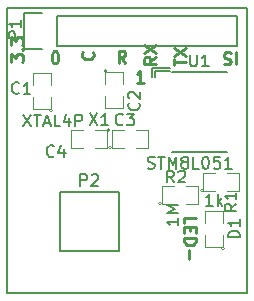
<source format=gto>
G04 #@! TF.FileFunction,Legend,Top*
%FSLAX46Y46*%
G04 Gerber Fmt 4.6, Leading zero omitted, Abs format (unit mm)*
G04 Created by KiCad (PCBNEW 4.0.7-e0-6372~58~ubuntu16.04.1) date Tue Sep 12 01:36:36 2017*
%MOMM*%
%LPD*%
G01*
G04 APERTURE LIST*
%ADD10C,0.100000*%
%ADD11C,0.254000*%
%ADD12C,0.150000*%
%ADD13C,0.099060*%
G04 APERTURE END LIST*
D10*
D11*
X42370286Y-19539619D02*
X41789715Y-19539619D01*
X42080001Y-19539619D02*
X42080001Y-18523619D01*
X41983239Y-18668762D01*
X41886477Y-18765524D01*
X41789715Y-18813905D01*
X49147810Y-17961238D02*
X49292953Y-18009619D01*
X49534857Y-18009619D01*
X49631619Y-17961238D01*
X49680000Y-17912857D01*
X49728381Y-17816095D01*
X49728381Y-17719333D01*
X49680000Y-17622571D01*
X49631619Y-17574190D01*
X49534857Y-17525810D01*
X49341334Y-17477429D01*
X49244572Y-17429048D01*
X49196191Y-17380667D01*
X49147810Y-17283905D01*
X49147810Y-17187143D01*
X49196191Y-17090381D01*
X49244572Y-17042000D01*
X49341334Y-16993619D01*
X49583238Y-16993619D01*
X49728381Y-17042000D01*
X50163810Y-18009619D02*
X50163810Y-16993619D01*
X34821620Y-16903619D02*
X34918381Y-16903619D01*
X35015143Y-16952000D01*
X35063524Y-17000381D01*
X35111905Y-17097143D01*
X35160286Y-17290667D01*
X35160286Y-17532571D01*
X35111905Y-17726095D01*
X35063524Y-17822857D01*
X35015143Y-17871238D01*
X34918381Y-17919619D01*
X34821620Y-17919619D01*
X34724858Y-17871238D01*
X34676477Y-17822857D01*
X34628096Y-17726095D01*
X34579715Y-17532571D01*
X34579715Y-17290667D01*
X34628096Y-17097143D01*
X34676477Y-17000381D01*
X34724858Y-16952000D01*
X34821620Y-16903619D01*
X31153619Y-17774381D02*
X31153619Y-17145429D01*
X31540667Y-17484095D01*
X31540667Y-17338953D01*
X31589048Y-17242191D01*
X31637429Y-17193810D01*
X31734190Y-17145429D01*
X31976095Y-17145429D01*
X32072857Y-17193810D01*
X32121238Y-17242191D01*
X32169619Y-17338953D01*
X32169619Y-17629238D01*
X32121238Y-17726000D01*
X32072857Y-17774381D01*
X32072857Y-16710000D02*
X32121238Y-16661619D01*
X32169619Y-16710000D01*
X32121238Y-16758381D01*
X32072857Y-16710000D01*
X32169619Y-16710000D01*
X31153619Y-16322952D02*
X31153619Y-15694000D01*
X31540667Y-16032666D01*
X31540667Y-15887524D01*
X31589048Y-15790762D01*
X31637429Y-15742381D01*
X31734190Y-15694000D01*
X31976095Y-15694000D01*
X32072857Y-15742381D01*
X32121238Y-15790762D01*
X32169619Y-15887524D01*
X32169619Y-16177809D01*
X32121238Y-16274571D01*
X32072857Y-16322952D01*
D12*
X51120000Y-37355000D02*
X51120000Y-13225000D01*
X30800000Y-37355000D02*
X51120000Y-37355000D01*
X30800000Y-13225000D02*
X30800000Y-37355000D01*
X51120000Y-13225000D02*
X30800000Y-13225000D01*
D11*
X40834476Y-17859619D02*
X40495810Y-17375810D01*
X40253905Y-17859619D02*
X40253905Y-16843619D01*
X40640952Y-16843619D01*
X40737714Y-16892000D01*
X40786095Y-16940381D01*
X40834476Y-17037143D01*
X40834476Y-17182286D01*
X40786095Y-17279048D01*
X40737714Y-17327429D01*
X40640952Y-17375810D01*
X40253905Y-17375810D01*
X44953619Y-18094095D02*
X44953619Y-17513524D01*
X45969619Y-17803809D02*
X44953619Y-17803809D01*
X44953619Y-17271619D02*
X45969619Y-16594286D01*
X44953619Y-16594286D02*
X45969619Y-17271619D01*
X43419619Y-17359333D02*
X42935810Y-17697999D01*
X43419619Y-17939904D02*
X42403619Y-17939904D01*
X42403619Y-17552857D01*
X42452000Y-17456095D01*
X42500381Y-17407714D01*
X42597143Y-17359333D01*
X42742286Y-17359333D01*
X42839048Y-17407714D01*
X42887429Y-17456095D01*
X42935810Y-17552857D01*
X42935810Y-17939904D01*
X42403619Y-17020666D02*
X43419619Y-16343333D01*
X42403619Y-16343333D02*
X43419619Y-17020666D01*
X38062857Y-16955524D02*
X38111238Y-17003905D01*
X38159619Y-17149048D01*
X38159619Y-17245810D01*
X38111238Y-17390952D01*
X38014476Y-17487714D01*
X37917714Y-17536095D01*
X37724190Y-17584476D01*
X37579048Y-17584476D01*
X37385524Y-17536095D01*
X37288762Y-17487714D01*
X37192000Y-17390952D01*
X37143619Y-17245810D01*
X37143619Y-17149048D01*
X37192000Y-17003905D01*
X37240381Y-16955524D01*
X45790381Y-31467905D02*
X45790381Y-30984096D01*
X46806381Y-30984096D01*
X46322571Y-31806572D02*
X46322571Y-32145238D01*
X45790381Y-32290381D02*
X45790381Y-31806572D01*
X46806381Y-31806572D01*
X46806381Y-32290381D01*
X45790381Y-32725810D02*
X46806381Y-32725810D01*
X46806381Y-32967715D01*
X46758000Y-33112857D01*
X46661238Y-33209619D01*
X46564476Y-33258000D01*
X46370952Y-33306381D01*
X46225810Y-33306381D01*
X46032286Y-33258000D01*
X45935524Y-33209619D01*
X45838762Y-33112857D01*
X45790381Y-32967715D01*
X45790381Y-32725810D01*
X46177429Y-33741810D02*
X46177429Y-34515905D01*
D13*
X34659000Y-21871000D02*
G75*
G03X34659000Y-21871000I-127000J0D01*
G01*
X34532000Y-20728000D02*
X34532000Y-21744000D01*
X34532000Y-21744000D02*
X33008000Y-21744000D01*
X33008000Y-21744000D02*
X33008000Y-20728000D01*
X33008000Y-19712000D02*
X33008000Y-18696000D01*
X33008000Y-18696000D02*
X34532000Y-18696000D01*
X34532000Y-18696000D02*
X34532000Y-19712000D01*
X39265000Y-18559000D02*
G75*
G03X39265000Y-18559000I-127000J0D01*
G01*
X39138000Y-19702000D02*
X39138000Y-18686000D01*
X39138000Y-18686000D02*
X40662000Y-18686000D01*
X40662000Y-18686000D02*
X40662000Y-19702000D01*
X40662000Y-20718000D02*
X40662000Y-21734000D01*
X40662000Y-21734000D02*
X39138000Y-21734000D01*
X39138000Y-21734000D02*
X39138000Y-20718000D01*
X39656000Y-25042000D02*
G75*
G03X39656000Y-25042000I-127000J0D01*
G01*
X40672000Y-25042000D02*
X39656000Y-25042000D01*
X39656000Y-25042000D02*
X39656000Y-23518000D01*
X39656000Y-23518000D02*
X40672000Y-23518000D01*
X41688000Y-23518000D02*
X42704000Y-23518000D01*
X42704000Y-23518000D02*
X42704000Y-25042000D01*
X42704000Y-25042000D02*
X41688000Y-25042000D01*
X39538000Y-23548000D02*
G75*
G03X39538000Y-23548000I-127000J0D01*
G01*
X38268000Y-23548000D02*
X39284000Y-23548000D01*
X39284000Y-23548000D02*
X39284000Y-25072000D01*
X39284000Y-25072000D02*
X38268000Y-25072000D01*
X37252000Y-25072000D02*
X36236000Y-25072000D01*
X36236000Y-25072000D02*
X36236000Y-23548000D01*
X36236000Y-23548000D02*
X37252000Y-23548000D01*
X49249000Y-33581000D02*
G75*
G03X49249000Y-33581000I-127000J0D01*
G01*
X49122000Y-32438000D02*
X49122000Y-33454000D01*
X49122000Y-33454000D02*
X47598000Y-33454000D01*
X47598000Y-33454000D02*
X47598000Y-32438000D01*
X47598000Y-31422000D02*
X47598000Y-30406000D01*
X47598000Y-30406000D02*
X49122000Y-30406000D01*
X49122000Y-30406000D02*
X49122000Y-31422000D01*
X47436000Y-28682000D02*
G75*
G03X47436000Y-28682000I-127000J0D01*
G01*
X48452000Y-28682000D02*
X47436000Y-28682000D01*
X47436000Y-28682000D02*
X47436000Y-27158000D01*
X47436000Y-27158000D02*
X48452000Y-27158000D01*
X49468000Y-27158000D02*
X50484000Y-27158000D01*
X50484000Y-27158000D02*
X50484000Y-28682000D01*
X50484000Y-28682000D02*
X49468000Y-28682000D01*
X43896000Y-29792000D02*
G75*
G03X43896000Y-29792000I-127000J0D01*
G01*
X44912000Y-29792000D02*
X43896000Y-29792000D01*
X43896000Y-29792000D02*
X43896000Y-28268000D01*
X43896000Y-28268000D02*
X44912000Y-28268000D01*
X45928000Y-28268000D02*
X46944000Y-28268000D01*
X46944000Y-28268000D02*
X46944000Y-29792000D01*
X46944000Y-29792000D02*
X45928000Y-29792000D01*
D12*
X35260640Y-28830640D02*
X40259360Y-28830640D01*
X40259360Y-28830640D02*
X40259360Y-33829360D01*
X40259360Y-33829360D02*
X35260640Y-33829360D01*
X35260640Y-33829360D02*
X35260640Y-28830640D01*
X35040000Y-13900000D02*
X50280000Y-13900000D01*
X50280000Y-13900000D02*
X50280000Y-16440000D01*
X50280000Y-16440000D02*
X35040000Y-16440000D01*
X32220000Y-13620000D02*
X33770000Y-13620000D01*
X35040000Y-13900000D02*
X35040000Y-16440000D01*
X33770000Y-16720000D02*
X32220000Y-16720000D01*
X32220000Y-16720000D02*
X32220000Y-13620000D01*
X44570000Y-18280000D02*
X43070000Y-18280000D01*
X43070000Y-18280000D02*
X43070000Y-19030000D01*
X43320000Y-19030000D02*
X43320000Y-18530000D01*
X43320000Y-18530000D02*
X44570000Y-18530000D01*
X44745000Y-18655000D02*
X44745000Y-18680000D01*
X49395000Y-18655000D02*
X49395000Y-18680000D01*
X49395000Y-25405000D02*
X49395000Y-25380000D01*
X44745000Y-25405000D02*
X44745000Y-25380000D01*
X44745000Y-18655000D02*
X49395000Y-18655000D01*
X44745000Y-25405000D02*
X49395000Y-25405000D01*
X31833334Y-20417143D02*
X31785715Y-20464762D01*
X31642858Y-20512381D01*
X31547620Y-20512381D01*
X31404762Y-20464762D01*
X31309524Y-20369524D01*
X31261905Y-20274286D01*
X31214286Y-20083810D01*
X31214286Y-19940952D01*
X31261905Y-19750476D01*
X31309524Y-19655238D01*
X31404762Y-19560000D01*
X31547620Y-19512381D01*
X31642858Y-19512381D01*
X31785715Y-19560000D01*
X31833334Y-19607619D01*
X32785715Y-20512381D02*
X32214286Y-20512381D01*
X32500000Y-20512381D02*
X32500000Y-19512381D01*
X32404762Y-19655238D01*
X32309524Y-19750476D01*
X32214286Y-19798095D01*
X41967143Y-21256666D02*
X42014762Y-21304285D01*
X42062381Y-21447142D01*
X42062381Y-21542380D01*
X42014762Y-21685238D01*
X41919524Y-21780476D01*
X41824286Y-21828095D01*
X41633810Y-21875714D01*
X41490952Y-21875714D01*
X41300476Y-21828095D01*
X41205238Y-21780476D01*
X41110000Y-21685238D01*
X41062381Y-21542380D01*
X41062381Y-21447142D01*
X41110000Y-21304285D01*
X41157619Y-21256666D01*
X41157619Y-20875714D02*
X41110000Y-20828095D01*
X41062381Y-20732857D01*
X41062381Y-20494761D01*
X41110000Y-20399523D01*
X41157619Y-20351904D01*
X41252857Y-20304285D01*
X41348095Y-20304285D01*
X41490952Y-20351904D01*
X42062381Y-20923333D01*
X42062381Y-20304285D01*
X40623334Y-23077143D02*
X40575715Y-23124762D01*
X40432858Y-23172381D01*
X40337620Y-23172381D01*
X40194762Y-23124762D01*
X40099524Y-23029524D01*
X40051905Y-22934286D01*
X40004286Y-22743810D01*
X40004286Y-22600952D01*
X40051905Y-22410476D01*
X40099524Y-22315238D01*
X40194762Y-22220000D01*
X40337620Y-22172381D01*
X40432858Y-22172381D01*
X40575715Y-22220000D01*
X40623334Y-22267619D01*
X40956667Y-22172381D02*
X41575715Y-22172381D01*
X41242381Y-22553333D01*
X41385239Y-22553333D01*
X41480477Y-22600952D01*
X41528096Y-22648571D01*
X41575715Y-22743810D01*
X41575715Y-22981905D01*
X41528096Y-23077143D01*
X41480477Y-23124762D01*
X41385239Y-23172381D01*
X41099524Y-23172381D01*
X41004286Y-23124762D01*
X40956667Y-23077143D01*
X34783334Y-25757143D02*
X34735715Y-25804762D01*
X34592858Y-25852381D01*
X34497620Y-25852381D01*
X34354762Y-25804762D01*
X34259524Y-25709524D01*
X34211905Y-25614286D01*
X34164286Y-25423810D01*
X34164286Y-25280952D01*
X34211905Y-25090476D01*
X34259524Y-24995238D01*
X34354762Y-24900000D01*
X34497620Y-24852381D01*
X34592858Y-24852381D01*
X34735715Y-24900000D01*
X34783334Y-24947619D01*
X35640477Y-25185714D02*
X35640477Y-25852381D01*
X35402381Y-24804762D02*
X35164286Y-25519048D01*
X35783334Y-25519048D01*
X50522381Y-32658095D02*
X49522381Y-32658095D01*
X49522381Y-32420000D01*
X49570000Y-32277142D01*
X49665238Y-32181904D01*
X49760476Y-32134285D01*
X49950952Y-32086666D01*
X50093810Y-32086666D01*
X50284286Y-32134285D01*
X50379524Y-32181904D01*
X50474762Y-32277142D01*
X50522381Y-32420000D01*
X50522381Y-32658095D01*
X50522381Y-31134285D02*
X50522381Y-31705714D01*
X50522381Y-31420000D02*
X49522381Y-31420000D01*
X49665238Y-31515238D01*
X49760476Y-31610476D01*
X49808095Y-31705714D01*
X50222381Y-29806666D02*
X49746190Y-30140000D01*
X50222381Y-30378095D02*
X49222381Y-30378095D01*
X49222381Y-29997142D01*
X49270000Y-29901904D01*
X49317619Y-29854285D01*
X49412857Y-29806666D01*
X49555714Y-29806666D01*
X49650952Y-29854285D01*
X49698571Y-29901904D01*
X49746190Y-29997142D01*
X49746190Y-30378095D01*
X50222381Y-28854285D02*
X50222381Y-29425714D01*
X50222381Y-29140000D02*
X49222381Y-29140000D01*
X49365238Y-29235238D01*
X49460476Y-29330476D01*
X49508095Y-29425714D01*
X48220953Y-29982381D02*
X47649524Y-29982381D01*
X47935238Y-29982381D02*
X47935238Y-28982381D01*
X47840000Y-29125238D01*
X47744762Y-29220476D01*
X47649524Y-29268095D01*
X48649524Y-29982381D02*
X48649524Y-28982381D01*
X48744762Y-29601429D02*
X49030477Y-29982381D01*
X49030477Y-29315714D02*
X48649524Y-29696667D01*
X44943334Y-28002381D02*
X44610000Y-27526190D01*
X44371905Y-28002381D02*
X44371905Y-27002381D01*
X44752858Y-27002381D01*
X44848096Y-27050000D01*
X44895715Y-27097619D01*
X44943334Y-27192857D01*
X44943334Y-27335714D01*
X44895715Y-27430952D01*
X44848096Y-27478571D01*
X44752858Y-27526190D01*
X44371905Y-27526190D01*
X45324286Y-27097619D02*
X45371905Y-27050000D01*
X45467143Y-27002381D01*
X45705239Y-27002381D01*
X45800477Y-27050000D01*
X45848096Y-27097619D01*
X45895715Y-27192857D01*
X45895715Y-27288095D01*
X45848096Y-27430952D01*
X45276667Y-28002381D01*
X45895715Y-28002381D01*
X45322381Y-31035714D02*
X45322381Y-31607143D01*
X45322381Y-31321429D02*
X44322381Y-31321429D01*
X44465238Y-31416667D01*
X44560476Y-31511905D01*
X44608095Y-31607143D01*
X45322381Y-30607143D02*
X44322381Y-30607143D01*
X45036667Y-30273809D01*
X44322381Y-29940476D01*
X45322381Y-29940476D01*
X37800476Y-22142381D02*
X38467143Y-23142381D01*
X38467143Y-22142381D02*
X37800476Y-23142381D01*
X39371905Y-23142381D02*
X38800476Y-23142381D01*
X39086190Y-23142381D02*
X39086190Y-22142381D01*
X38990952Y-22285238D01*
X38895714Y-22380476D01*
X38800476Y-22428095D01*
X32176190Y-22252381D02*
X32842857Y-23252381D01*
X32842857Y-22252381D02*
X32176190Y-23252381D01*
X33080952Y-22252381D02*
X33652381Y-22252381D01*
X33366666Y-23252381D02*
X33366666Y-22252381D01*
X33938095Y-22966667D02*
X34414286Y-22966667D01*
X33842857Y-23252381D02*
X34176190Y-22252381D01*
X34509524Y-23252381D01*
X35319048Y-23252381D02*
X34842857Y-23252381D01*
X34842857Y-22252381D01*
X36080953Y-22585714D02*
X36080953Y-23252381D01*
X35842857Y-22204762D02*
X35604762Y-22919048D01*
X36223810Y-22919048D01*
X36604762Y-23252381D02*
X36604762Y-22252381D01*
X36985715Y-22252381D01*
X37080953Y-22300000D01*
X37128572Y-22347619D01*
X37176191Y-22442857D01*
X37176191Y-22585714D01*
X37128572Y-22680952D01*
X37080953Y-22728571D01*
X36985715Y-22776190D01*
X36604762Y-22776190D01*
X37021905Y-28282261D02*
X37021905Y-27282261D01*
X37402858Y-27282261D01*
X37498096Y-27329880D01*
X37545715Y-27377499D01*
X37593334Y-27472737D01*
X37593334Y-27615594D01*
X37545715Y-27710832D01*
X37498096Y-27758451D01*
X37402858Y-27806070D01*
X37021905Y-27806070D01*
X37974286Y-27377499D02*
X38021905Y-27329880D01*
X38117143Y-27282261D01*
X38355239Y-27282261D01*
X38450477Y-27329880D01*
X38498096Y-27377499D01*
X38545715Y-27472737D01*
X38545715Y-27567975D01*
X38498096Y-27710832D01*
X37926667Y-28282261D01*
X38545715Y-28282261D01*
X31962381Y-15788095D02*
X30962381Y-15788095D01*
X30962381Y-15407142D01*
X31010000Y-15311904D01*
X31057619Y-15264285D01*
X31152857Y-15216666D01*
X31295714Y-15216666D01*
X31390952Y-15264285D01*
X31438571Y-15311904D01*
X31486190Y-15407142D01*
X31486190Y-15788095D01*
X31962381Y-14264285D02*
X31962381Y-14835714D01*
X31962381Y-14550000D02*
X30962381Y-14550000D01*
X31105238Y-14645238D01*
X31200476Y-14740476D01*
X31248095Y-14835714D01*
X46308095Y-17182381D02*
X46308095Y-17991905D01*
X46355714Y-18087143D01*
X46403333Y-18134762D01*
X46498571Y-18182381D01*
X46689048Y-18182381D01*
X46784286Y-18134762D01*
X46831905Y-18087143D01*
X46879524Y-17991905D01*
X46879524Y-17182381D01*
X47879524Y-18182381D02*
X47308095Y-18182381D01*
X47593809Y-18182381D02*
X47593809Y-17182381D01*
X47498571Y-17325238D01*
X47403333Y-17420476D01*
X47308095Y-17468095D01*
X42722381Y-26784762D02*
X42865238Y-26832381D01*
X43103334Y-26832381D01*
X43198572Y-26784762D01*
X43246191Y-26737143D01*
X43293810Y-26641905D01*
X43293810Y-26546667D01*
X43246191Y-26451429D01*
X43198572Y-26403810D01*
X43103334Y-26356190D01*
X42912857Y-26308571D01*
X42817619Y-26260952D01*
X42770000Y-26213333D01*
X42722381Y-26118095D01*
X42722381Y-26022857D01*
X42770000Y-25927619D01*
X42817619Y-25880000D01*
X42912857Y-25832381D01*
X43150953Y-25832381D01*
X43293810Y-25880000D01*
X43579524Y-25832381D02*
X44150953Y-25832381D01*
X43865238Y-26832381D02*
X43865238Y-25832381D01*
X44484286Y-26832381D02*
X44484286Y-25832381D01*
X44817620Y-26546667D01*
X45150953Y-25832381D01*
X45150953Y-26832381D01*
X45770000Y-26260952D02*
X45674762Y-26213333D01*
X45627143Y-26165714D01*
X45579524Y-26070476D01*
X45579524Y-26022857D01*
X45627143Y-25927619D01*
X45674762Y-25880000D01*
X45770000Y-25832381D01*
X45960477Y-25832381D01*
X46055715Y-25880000D01*
X46103334Y-25927619D01*
X46150953Y-26022857D01*
X46150953Y-26070476D01*
X46103334Y-26165714D01*
X46055715Y-26213333D01*
X45960477Y-26260952D01*
X45770000Y-26260952D01*
X45674762Y-26308571D01*
X45627143Y-26356190D01*
X45579524Y-26451429D01*
X45579524Y-26641905D01*
X45627143Y-26737143D01*
X45674762Y-26784762D01*
X45770000Y-26832381D01*
X45960477Y-26832381D01*
X46055715Y-26784762D01*
X46103334Y-26737143D01*
X46150953Y-26641905D01*
X46150953Y-26451429D01*
X46103334Y-26356190D01*
X46055715Y-26308571D01*
X45960477Y-26260952D01*
X47055715Y-26832381D02*
X46579524Y-26832381D01*
X46579524Y-25832381D01*
X47579524Y-25832381D02*
X47674763Y-25832381D01*
X47770001Y-25880000D01*
X47817620Y-25927619D01*
X47865239Y-26022857D01*
X47912858Y-26213333D01*
X47912858Y-26451429D01*
X47865239Y-26641905D01*
X47817620Y-26737143D01*
X47770001Y-26784762D01*
X47674763Y-26832381D01*
X47579524Y-26832381D01*
X47484286Y-26784762D01*
X47436667Y-26737143D01*
X47389048Y-26641905D01*
X47341429Y-26451429D01*
X47341429Y-26213333D01*
X47389048Y-26022857D01*
X47436667Y-25927619D01*
X47484286Y-25880000D01*
X47579524Y-25832381D01*
X48817620Y-25832381D02*
X48341429Y-25832381D01*
X48293810Y-26308571D01*
X48341429Y-26260952D01*
X48436667Y-26213333D01*
X48674763Y-26213333D01*
X48770001Y-26260952D01*
X48817620Y-26308571D01*
X48865239Y-26403810D01*
X48865239Y-26641905D01*
X48817620Y-26737143D01*
X48770001Y-26784762D01*
X48674763Y-26832381D01*
X48436667Y-26832381D01*
X48341429Y-26784762D01*
X48293810Y-26737143D01*
X49817620Y-26832381D02*
X49246191Y-26832381D01*
X49531905Y-26832381D02*
X49531905Y-25832381D01*
X49436667Y-25975238D01*
X49341429Y-26070476D01*
X49246191Y-26118095D01*
M02*

</source>
